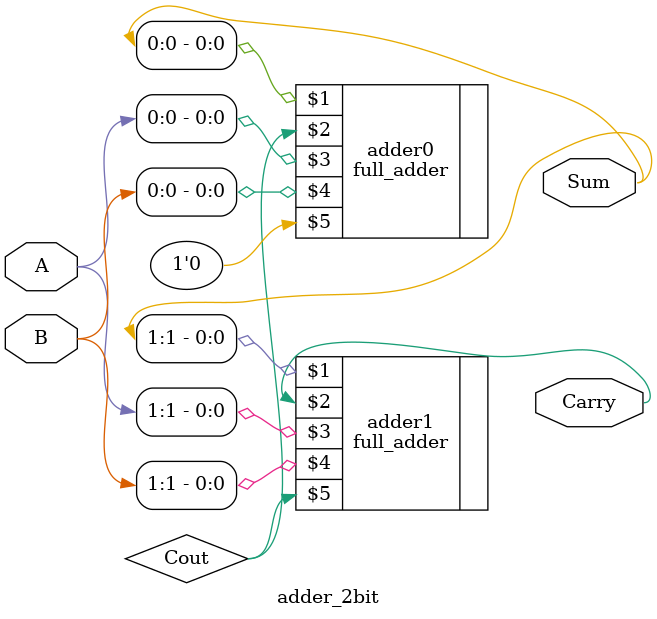
<source format=v>
`timescale 1ns / 1ps
`default_nettype none

module adder_2bit(Carry, Sum, A, B);

	output wire Carry;
	output wire [1:0]	Sum;
	input wire [1:0] A, B;
	
	wire Cout;
	
	full_adder adder0(Sum[0], Cout, A[0] , B[0], 1'b0);
	full_adder adder1(Sum[1], Carry, A[1] , B[1], Cout);
	
	
endmodule

</source>
